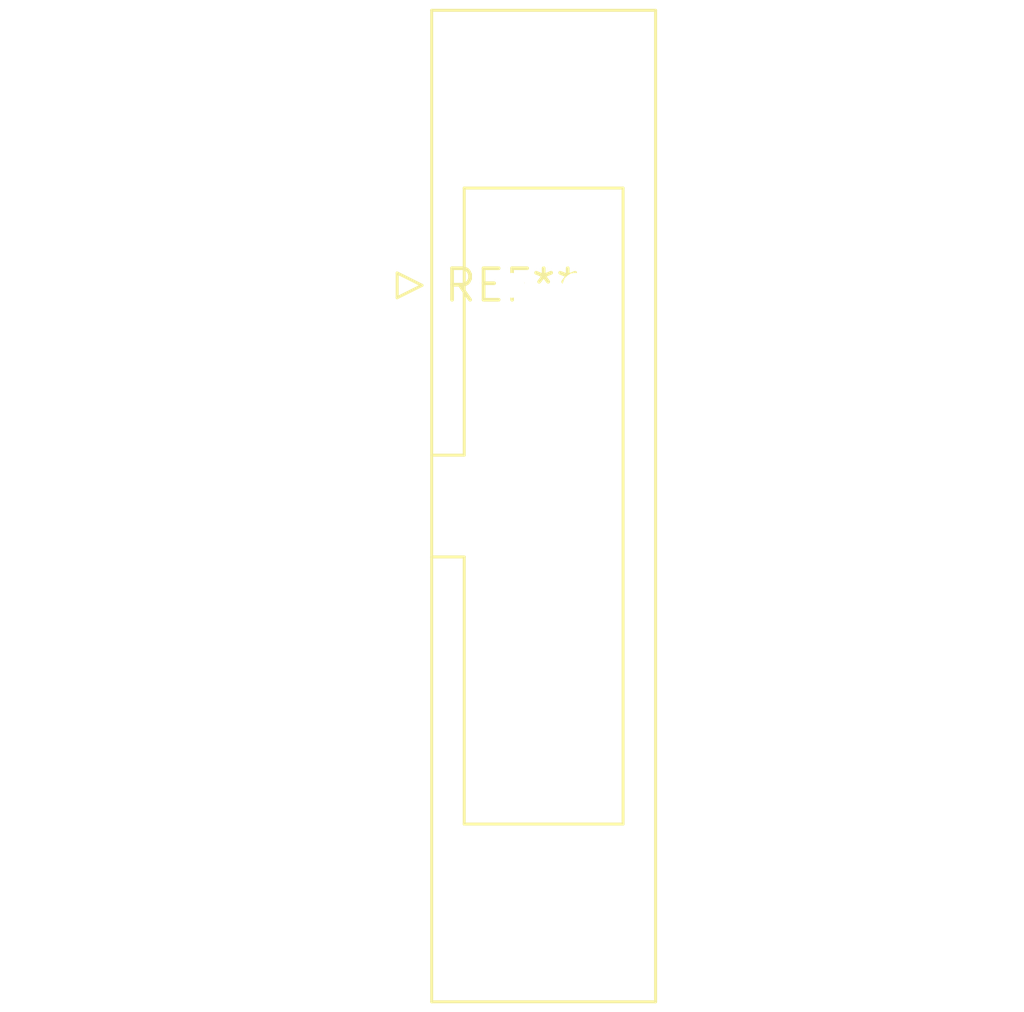
<source format=kicad_pcb>
(kicad_pcb (version 20240108) (generator pcbnew)
  (layers (0 "F.Cu" signal) (31 "B.Cu" signal) (34 "B.Paste" user) (35 "F.Paste" user) (36 "B.SilkS" user "B.Silkscreen") (37 "F.SilkS" user "F.Silkscreen") (38 "B.Mask" user) (39 "F.Mask" user) (44 "Edge.Cuts" user))
  (net 0 "")
  (footprint "IDC-Header_2x08_P2.54mm_Latch_Vertical" (layer "F.Cu") (at 0 0)
    (property "Reference" "REF**")
    (property "Value" "IDC-Header_2x08_P2.54mm_Latch_Vertical")
    (fp_line (start -4.63 -0.5) (end -4.63 0.5) (layer "F.SilkS") (stroke (width 0.12)))
    (fp_line (start -4.63 0.5) (end -3.63 0) (layer "F.SilkS") (stroke (width 0.12)))
    (fp_line (start -3.63 0) (end -4.63 -0.5) (layer "F.SilkS") (stroke (width 0.12)))
    (fp_line (start -3.24 -11.08) (end 5.78 -11.08) (layer "F.SilkS") (stroke (width 0.12)))
    (fp_line (start -3.24 6.84) (end -1.93 6.84) (layer "F.SilkS") (stroke (width 0.12)))
    (fp_line (start -3.24 28.86) (end -3.24 -11.08) (layer "F.SilkS") (stroke (width 0.12)))
    (fp_line (start -1.93 -3.92) (end 4.47 -3.92) (layer "F.SilkS") (stroke (width 0.12)))
    (fp_line (start -1.93 6.84) (end -1.93 -3.92) (layer "F.SilkS") (stroke (width 0.12)))
    (fp_line (start -1.93 10.94) (end -3.24 10.94) (layer "F.SilkS") (stroke (width 0.12)))
    (fp_line (start -1.93 10.94) (end -1.93 10.94) (layer "F.SilkS") (stroke (width 0.12)))
    (fp_line (start -1.93 21.7) (end -1.93 10.94) (layer "F.SilkS") (stroke (width 0.12)))
    (fp_line (start 4.47 -3.92) (end 4.47 21.7) (layer "F.SilkS") (stroke (width 0.12)))
    (fp_line (start 4.47 21.7) (end -1.93 21.7) (layer "F.SilkS") (stroke (width 0.12)))
    (fp_line (start 5.78 -11.08) (end 5.78 28.86) (layer "F.SilkS") (stroke (width 0.12)))
    (fp_line (start 5.78 28.86) (end -3.24 28.86) (layer "F.SilkS") (stroke (width 0.12)))
    (pad "1" thru_hole roundrect (at 0 0) (size 1.7 1.7) (drill 1) (layers *.Cu *.Mask) (remove_unused_layers) (roundrect_rratio 0.147059))
    (pad "2" thru_hole circle (at 2.54 0) (size 1.7 1.7) (drill 1) (layers *.Cu *.Mask) (remove_unused_layers))
    (pad "3" thru_hole circle (at 0 2.54) (size 1.7 1.7) (drill 1) (layers *.Cu *.Mask) (remove_unused_layers))
    (pad "4" thru_hole circle (at 2.54 2.54) (size 1.7 1.7) (drill 1) (layers *.Cu *.Mask) (remove_unused_layers))
    (pad "5" thru_hole circle (at 0 5.08) (size 1.7 1.7) (drill 1) (layers *.Cu *.Mask) (remove_unused_layers))
    (pad "6" thru_hole circle (at 2.54 5.08) (size 1.7 1.7) (drill 1) (layers *.Cu *.Mask) (remove_unused_layers))
    (pad "7" thru_hole circle (at 0 7.62) (size 1.7 1.7) (drill 1) (layers *.Cu *.Mask) (remove_unused_layers))
    (pad "8" thru_hole circle (at 2.54 7.62) (size 1.7 1.7) (drill 1) (layers *.Cu *.Mask) (remove_unused_layers))
    (pad "9" thru_hole circle (at 0 10.16) (size 1.7 1.7) (drill 1) (layers *.Cu *.Mask) (remove_unused_layers))
    (pad "10" thru_hole circle (at 2.54 10.16) (size 1.7 1.7) (drill 1) (layers *.Cu *.Mask) (remove_unused_layers))
    (pad "11" thru_hole circle (at 0 12.7) (size 1.7 1.7) (drill 1) (layers *.Cu *.Mask) (remove_unused_layers))
    (pad "12" thru_hole circle (at 2.54 12.7) (size 1.7 1.7) (drill 1) (layers *.Cu *.Mask) (remove_unused_layers))
    (pad "13" thru_hole circle (at 0 15.24) (size 1.7 1.7) (drill 1) (layers *.Cu *.Mask) (remove_unused_layers))
    (pad "14" thru_hole circle (at 2.54 15.24) (size 1.7 1.7) (drill 1) (layers *.Cu *.Mask) (remove_unused_layers))
    (pad "15" thru_hole circle (at 0 17.78) (size 1.7 1.7) (drill 1) (layers *.Cu *.Mask) (remove_unused_layers))
    (pad "16" thru_hole circle (at 2.54 17.78) (size 1.7 1.7) (drill 1) (layers *.Cu *.Mask) (remove_unused_layers))
  )
)
</source>
